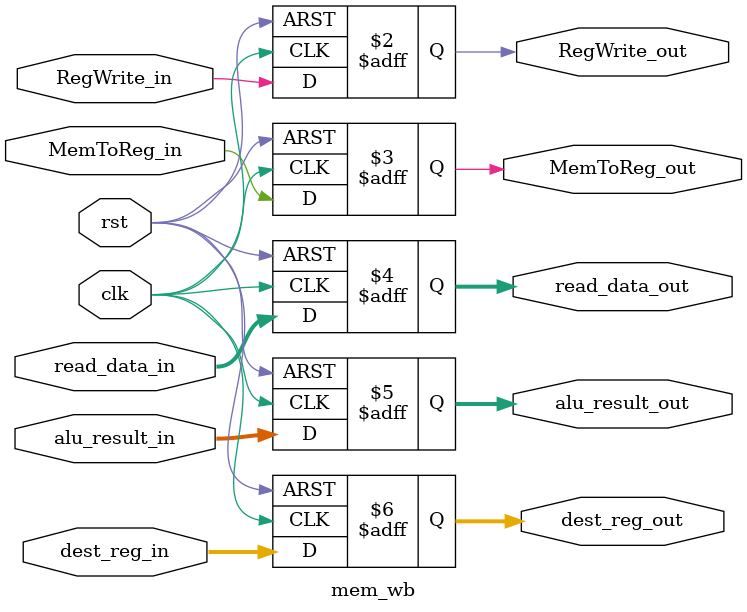
<source format=v>
`timescale 1ns / 1ps

module mem_wb (
    input  wire        clk,
    input  wire        rst,

    // Inputs from MEM stage
    input  wire        RegWrite_in,
    input  wire        MemToReg_in,
    input  wire [31:0] read_data_in,
    input  wire [31:0] alu_result_in,
    input  wire [4:0]  dest_reg_in,

    // Outputs to WB stage
    output reg         RegWrite_out,
    output reg         MemToReg_out,
    output reg [31:0]  read_data_out,
    output reg [31:0]  alu_result_out,
    output reg [4:0]   dest_reg_out
);

    always @(posedge clk or posedge rst) begin
        if (rst) begin
            RegWrite_out    <= 0;
            MemToReg_out    <= 0;
            read_data_out   <= 0;
            alu_result_out  <= 0;
            dest_reg_out    <= 0;
        end else begin
            RegWrite_out    <= RegWrite_in;
            MemToReg_out    <= MemToReg_in;
            read_data_out   <= read_data_in;
            alu_result_out  <= alu_result_in;
            dest_reg_out    <= dest_reg_in;
        end
    end

endmodule
 
</source>
